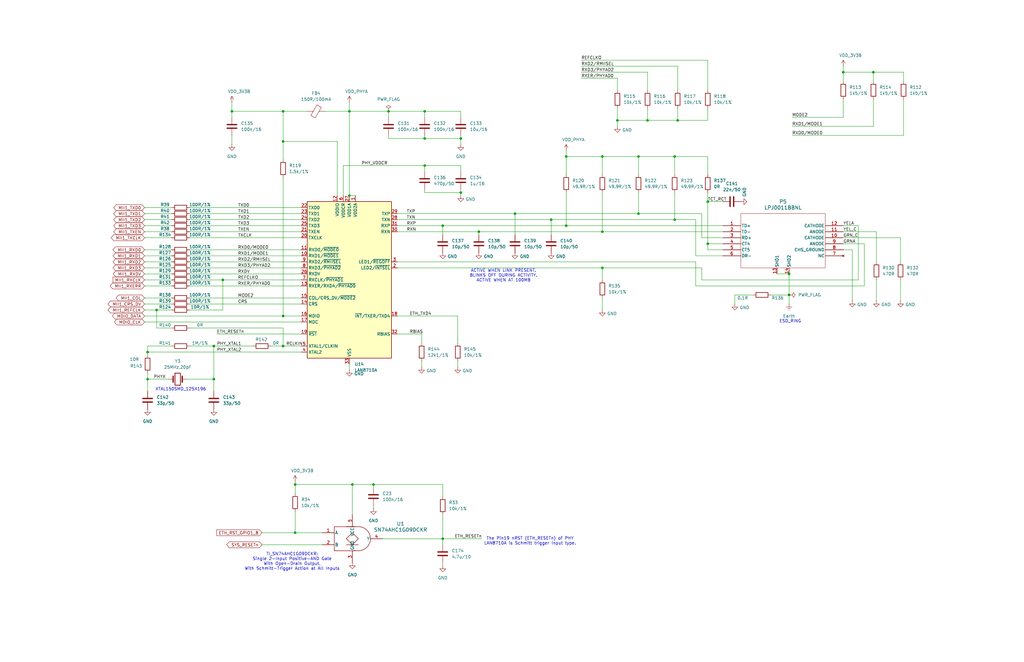
<source format=kicad_sch>
(kicad_sch (version 20231120) (generator "eeschema") (generator_version "8.0")
  (paper "B")
  (title_block (title "10/100 ETHERNET"))
  (lib_symbols
    (symbol "MT41K256M16TW-107_P:C" (pin_numbers hide) (pin_names (offset 0.254))
      (property "Reference" "C" (at 0.635 2.54 0))
      (property "Value" "C" (at 0.635 -2.54 0))
      (symbol "C_0_1"
        (polyline (pts (xy -2.032 -0.762) (xy 2.032 -0.762)) (stroke (width 0.508)))
        (polyline (pts (xy -2.032 0.762) (xy 2.032 0.762)) (stroke (width 0.508)))
      )
      (symbol "C_1_1"
        (pin passive line (at 0 3.81 270) (length 2.794) (name "~") (number "1"))
        (pin passive line (at 0 -3.81 90) (length 2.794) (name "~") (number "2"))
      )
    )
    (symbol "MT41K256M16TW-107_P:Crystal" (pin_numbers hide) (pin_names (offset 1.016) hide)
      (property "Reference" "Y" (at 0 3.81 0))
      (property "Value" "Crystal" (at 0 -3.81 0))
      (symbol "Crystal_0_1"
        (rectangle (start -1.143 2.54) (end 1.143 -2.54) (stroke (width 0.3048)))
        (polyline (pts (xy -2.54 0) (xy -1.905 0)))
        (polyline (pts (xy -1.905 -1.27) (xy -1.905 1.27)) (stroke (width 0.508)))
        (polyline (pts (xy 1.905 -1.27) (xy 1.905 1.27)) (stroke (width 0.508)))
        (polyline (pts (xy 2.54 0) (xy 1.905 0)))
      )
      (symbol "Crystal_1_1"
        (pin passive line (at -3.81 0 0) (length 1.27) (name "1") (number "1"))
        (pin passive line (at 3.81 0 180) (length 1.27) (name "2") (number "2"))
      )
    )
    (symbol "MT41K256M16TW-107_P:FerriteBead" (pin_numbers hide) (pin_names (offset 0))
      (property "Reference" "FB" (at -3.81 0.635 90))
      (property "Value" "FerriteBead" (at 3.81 0 90))
      (symbol "FerriteBead_0_1"
        (polyline (pts (xy 0 -1.27) (xy 0 -1.2192)))
        (polyline (pts (xy 0 1.27) (xy 0 1.2954)))
        (polyline (pts (xy -2.7686 0.4064) (xy -1.7018 2.2606) (xy 2.7686 -0.3048) (xy 1.6764 -2.159) (xy -2.7686 0.4064)))
      )
      (symbol "FerriteBead_1_1"
        (pin passive line (at 0 3.81 270) (length 2.54) (name "~") (number "1"))
        (pin passive line (at 0 -3.81 90) (length 2.54) (name "~") (number "2"))
      )
    )
    (symbol "MT41K256M16TW-107_P:LAN8710A"
      (property "Reference" "U14" (at 2.1941 -35.56 0))
      (property "Value" "LAN8710A" (at 2.1941 -38.1 0))
      (symbol "LAN8710A_0_1"
        (rectangle (start -17.78 33.02) (end 17.78 -33.02) (stroke (width 0.254)) (fill (type background)))
      )
      (symbol "LAN8710A_1_1"
        (pin power_in line (at 2.54 35.56 270) (length 2.54) (name "VDD2A") (number "1"))
        (pin bidirectional line (at -20.32 10.16 0) (length 2.54) (name "RXD1/~{MODE1}") (number "10"))
        (pin bidirectional line (at -20.32 12.7 0) (length 2.54) (name "RXD0/~{MODE0}") (number "11"))
        (pin power_in line (at -5.08 35.56 270) (length 2.54) (name "VDDIO") (number "12"))
        (pin bidirectional line (at -20.32 -2.54 0) (length 2.54) (name "RXER/RXD4/~{PHYAD0}") (number "13"))
        (pin output line (at -20.32 -10.16 0) (length 2.54) (name "CRS") (number "14"))
        (pin bidirectional line (at -20.32 -7.62 0) (length 2.54) (name "COL/CRS_DV/~{MODE2}") (number "15"))
        (pin bidirectional line (at -20.32 -15.24 0) (length 2.54) (name "MDIO") (number "16"))
        (pin input line (at -20.32 -17.78 0) (length 2.54) (name "MDC") (number "17"))
        (pin bidirectional line (at 20.32 -15.24 180) (length 2.54) (name "~{INT}/TXER/TXD4") (number "18"))
        (pin input line (at -20.32 -22.86 0) (length 2.54) (name "~{RST}") (number "19"))
        (pin bidirectional line (at 20.32 5.08 180) (length 2.54) (name "LED2/~{INTSEL}") (number "2"))
        (pin output line (at -20.32 17.78 0) (length 2.54) (name "TXCLK") (number "20"))
        (pin input line (at -20.32 20.32 0) (length 2.54) (name "TXEN") (number "21"))
        (pin input line (at -20.32 30.48 0) (length 2.54) (name "TXD0") (number "22"))
        (pin input line (at -20.32 27.94 0) (length 2.54) (name "TXD1") (number "23"))
        (pin input line (at -20.32 25.4 0) (length 2.54) (name "TXD2") (number "24"))
        (pin input line (at -20.32 22.86 0) (length 2.54) (name "TXD3") (number "25"))
        (pin output line (at -20.32 2.54 0) (length 2.54) (name "RXDV") (number "26"))
        (pin power_in line (at 0 35.56 270) (length 2.54) (name "VDD1A") (number "27"))
        (pin bidirectional line (at 20.32 25.4 180) (length 2.54) (name "TXN") (number "28"))
        (pin bidirectional line (at 20.32 27.94 180) (length 2.54) (name "TXP") (number "29"))
        (pin bidirectional line (at 20.32 7.62 180) (length 2.54) (name "LED1/~{REGOFF}") (number "3"))
        (pin bidirectional line (at 20.32 20.32 180) (length 2.54) (name "RXN") (number "30"))
        (pin bidirectional line (at 20.32 22.86 180) (length 2.54) (name "RXP") (number "31"))
        (pin passive line (at 20.32 -22.86 180) (length 2.54) (name "RBIAS") (number "32"))
        (pin power_in line (at 0 -35.56 90) (length 2.54) (name "VSS") (number "33"))
        (pin output line (at -20.32 -30.48 0) (length 2.54) (name "XTAL2") (number "4"))
        (pin input line (at -20.32 -27.94 0) (length 2.54) (name "XTAL1/CLKIN") (number "5"))
        (pin power_out line (at -2.54 35.56 270) (length 2.54) (name "VDDCR") (number "6"))
        (pin bidirectional line (at -20.32 0 0) (length 2.54) (name "RXCLK/~{PHYAD1}") (number "7"))
        (pin bidirectional line (at -20.32 5.08 0) (length 2.54) (name "RXD3/~{PHYAD2}") (number "8"))
        (pin bidirectional line (at -20.32 7.62 0) (length 2.54) (name "RXD2/~{RMIISEL}") (number "9"))
      )
    )
    (symbol "MT41K256M16TW-107_P:LPJ0011BBNL" (pin_names (offset 0.254))
      (property "Reference" "P5" (at 25.4 10.16 0))
      (property "Value" "LPJ0011BBNL" (at 25.4 7.62 0))
      (symbol "LPJ0011BBNL_0_1"
        (polyline (pts (xy 7.62 -17.78) (xy 43.18 -17.78)) (stroke (width 0.127)))
        (polyline (pts (xy 7.62 5.08) (xy 7.62 -17.78)) (stroke (width 0.127)))
        (polyline (pts (xy 43.18 -17.78) (xy 43.18 5.08)) (stroke (width 0.127)))
        (polyline (pts (xy 43.18 5.08) (xy 7.62 5.08)) (stroke (width 0.127)))
        (pin output line (at 50.8 -5.08 180) (length 7.62) (name "CATHODE") (number "10"))
        (pin input line (at 50.8 -2.54 180) (length 7.62) (name "ANODE") (number "11"))
        (pin output line (at 50.8 0 180) (length 7.62) (name "CATHODE") (number "12"))
        (pin no_connect line (at 50.8 -12.7 180) (length 7.62) (name "NC") (number "7"))
        (pin power_out line (at 50.8 -10.16 180) (length 7.62) (name "CHS_GROUND") (number "8"))
        (pin input line (at 50.8 -7.62 180) (length 7.62) (name "ANODE") (number "9"))
      )
      (symbol "LPJ0011BBNL_1_1"
        (pin bidirectional line (at 0 0 0) (length 7.62) (name "TD+") (number "1"))
        (pin passive line (at 22.86 -20.32 90) (length 2.54) (name "SHD1") (number "13"))
        (pin passive line (at 27.94 -20.32 90) (length 2.54) (name "SHD2") (number "14"))
        (pin bidirectional line (at 0 -2.54 0) (length 7.62) (name "TD-") (number "2"))
        (pin bidirectional line (at 0 -5.08 0) (length 7.62) (name "RD+") (number "3"))
        (pin input line (at 0 -7.62 0) (length 7.62) (name "CT4") (number "4"))
        (pin input line (at 0 -10.16 0) (length 7.62) (name "CT5") (number "5"))
        (pin bidirectional line (at 0 -12.7 0) (length 7.62) (name "DR-") (number "6"))
      )
    )
    (symbol "MT41K256M16TW-107_P:R" (pin_numbers hide) (pin_names (offset 0))
      (property "Reference" "R" (at 2.032 0 90))
      (property "Value" "R" (at 0 0 90))
      (symbol "R_0_1"
        (rectangle (start -1.016 -2.54) (end 1.016 2.54) (stroke (width 0.254)))
      )
      (symbol "R_1_1"
        (pin passive line (at 0 3.81 270) (length 1.27) (name "~") (number "1"))
        (pin passive line (at 0 -3.81 90) (length 1.27) (name "~") (number "2"))
      )
    )
    (symbol "MT41K256M16TW-107_P:SN74AHC1G09DCKR" (pin_names (offset 0.254))
      (property "Reference" "U" (at 0 2.54 0))
      (property "Value" "SN74AHC1G09DCKR" (at 0 0 0))
      (symbol "SN74AHC1G09DCKR_0_1"
        (polyline (pts (xy -7.62 -5.08) (xy -7.62 5.08)) (stroke (width 0.2032)))
        (polyline (pts (xy -7.62 5.08) (xy -6.35 5.08)) (stroke (width 0.2032)))
        (polyline (pts (xy -6.35 -5.08) (xy -7.62 -5.08)) (stroke (width 0.2032)))
        (polyline (pts (xy -6.35 -5.08) (xy 1.27 -5.08)) (stroke (width 0.2032)))
        (polyline (pts (xy -6.35 5.08) (xy 1.27 5.08)) (stroke (width 0.2032)))
        (polyline (pts (xy -2.54 -2.54) (xy 2.54 -2.54)) (stroke (width 0.2032)))
        (polyline (pts (xy -2.54 0) (xy 0 2.54)) (stroke (width 0.2032)))
        (polyline (pts (xy 0 -2.54) (xy -2.54 0)) (stroke (width 0.2032)))
        (polyline (pts (xy 0 2.54) (xy 2.54 0)) (stroke (width 0.2032)))
        (polyline (pts (xy 2.54 -5.08) (xy 0 -5.08)) (stroke (width 0.2032)))
        (polyline (pts (xy 2.54 0) (xy 0 -2.54)) (stroke (width 0.2032)))
        (polyline (pts (xy 2.54 5.08) (xy -2.54 5.08)) (stroke (width 0.2032)))
        (arc (start 2.54 -5.08) (mid 7.5978 0) (end 2.54 5.08) (stroke (width 0.2032)))
        (pin input line (at -12.7 2.54 0) (length 5.08) (name "A") (number "1"))
        (pin input line (at -12.7 -2.54 0) (length 5.08) (name "B") (number "2"))
        (pin power_in line (at 0 -10.16 90) (length 5.08) (name "GND") (number "3"))
        (pin open_collector line (at 12.7 0 180) (length 5.08) (name "Y") (number "4"))
        (pin power_in line (at 0 10.16 270) (length 5.08) (name "VCC") (number "5"))
      )
    )
    (symbol "power:Earth" (power) (pin_numbers hide) (pin_names (offset 0) hide)
      (property "Value" "Earth" (at 0 -3.81 0))
      (symbol "Earth_0_1"
        (polyline (pts (xy -0.635 -1.905) (xy 0.635 -1.905)))
        (polyline (pts (xy -0.127 -2.54) (xy 0.127 -2.54)))
        (polyline (pts (xy 0 -1.27) (xy 0 0)))
        (polyline (pts (xy 1.27 -1.27) (xy -1.27 -1.27)))
      )
      (symbol "Earth_1_1"
        (pin power_in line (at 0 0 270) (length 0) (name "~") (number "1"))
      )
    )
    (symbol "power:GND" (power) (pin_numbers hide) (pin_names (offset 0) hide)
      (property "Value" "GND" (at 0 -3.81 0))
      (symbol "GND_0_1"
        (polyline (pts (xy 0 0) (xy 0 -1.27) (xy 1.27 -1.27) (xy 0 -2.54) (xy -1.27 -1.27) (xy 0 -1.27)))
      )
      (symbol "GND_1_1"
        (pin power_in line (at 0 0 270) (length 0) (name "~") (number "1"))
      )
    )
    (symbol "power:PWR_FLAG" (power) (pin_numbers hide) (pin_names (offset 0) hide)
      (property "Value" "PWR_FLAG" (at 0 3.81 0))
      (symbol "PWR_FLAG_0_0"
        (pin power_out line (at 0 0 90) (length 0) (name "~") (number "1"))
      )
      (symbol "PWR_FLAG_0_1"
        (polyline (pts (xy 0 0) (xy 0 1.27) (xy -1.016 1.905) (xy 0 2.54) (xy 1.016 1.905) (xy 0 1.27)))
      )
    )
    (symbol "power:VD" (power) (pin_numbers hide) (pin_names (offset 0) hide)
      (property "Value" "VD" (at 0 3.556 0))
      (symbol "VD_0_1"
        (polyline (pts (xy -0.762 1.27) (xy 0 2.54)))
        (polyline (pts (xy 0 0) (xy 0 2.54)))
        (polyline (pts (xy 0 2.54) (xy 0.762 1.27)))
      )
      (symbol "VD_1_1"
        (pin power_in line (at 0 0 90) (length 0) (name "~") (number "1"))
      )
    )
  )
  (junction (at 332.74 124.46))
  (junction (at 119.38 146.05))
  (junction (at 97.79 46.99))
  (junction (at 119.38 59.69))
  (junction (at 62.23 148.59))
  (junction (at 355.6 30.48))
  (junction (at 124.46 224.79))
  (junction (at 269.24 66.04))
  (junction (at 148.59 204.47))
  (junction (at 217.17 90.17))
  (junction (at 147.32 82.55))
  (junction (at 238.76 95.25))
  (junction (at 273.05 50.8))
  (junction (at 119.38 133.35))
  (junction (at 119.38 46.99))
  (junction (at 179.07 69.85))
  (junction (at 90.17 146.05))
  (junction (at 298.45 102.87))
  (junction (at 93.98 118.11))
  (junction (at 269.24 90.17))
  (junction (at 194.31 81.28))
  (junction (at 194.31 58.42))
  (junction (at 254 66.04))
  (junction (at 332.74 115.57))
  (junction (at 90.17 160.02))
  (junction (at 260.35 50.8))
  (junction (at 368.3 30.48))
  (junction (at 254 113.03))
  (junction (at 179.07 58.42))
  (junction (at 62.23 160.02))
  (junction (at 147.32 46.99))
  (junction (at 179.07 46.99))
  (junction (at 163.83 46.99))
  (junction (at 284.48 92.71))
  (junction (at 124.46 204.47))
  (junction (at 186.69 95.25))
  (junction (at 66.04 130.81))
  (junction (at 157.48 204.47))
  (junction (at 232.41 92.71))
  (junction (at 186.69 227.33))
  (junction (at 238.76 66.04))
  (junction (at 298.45 85.09))
  (junction (at 201.93 97.79))
  (junction (at 285.75 50.8))
  (junction (at 254 97.79))
  (junction (at 284.48 66.04))
  (wire (pts (xy 293.37 107.95) (xy 304.8 107.95)))
  (wire (pts (xy 304.8 105.41) (xy 298.45 105.41)))
  (wire (pts (xy 269.24 90.17) (xy 295.91 90.17)))
  (wire (pts (xy 293.37 92.71) (xy 293.37 107.95)))
  (wire (pts (xy 119.38 133.35) (xy 127 133.35)))
  (wire (pts (xy 298.45 50.8) (xy 298.45 45.72)))
  (wire (pts (xy 238.76 63.5) (xy 238.76 66.04)))
  (wire (pts (xy 62.23 146.05) (xy 72.39 146.05)))
  (wire (pts (xy 110.49 229.87) (xy 135.89 229.87)))
  (wire (pts (xy 355.6 27.94) (xy 355.6 30.48)))
  (wire (pts (xy 201.93 97.79) (xy 254 97.79)))
  (wire (pts (xy 167.64 133.35) (xy 193.04 133.35)))
  (wire (pts (xy 359.41 105.41) (xy 359.41 127)))
  (wire (pts (xy 147.32 46.99) (xy 147.32 82.55)))
  (wire (pts (xy 60.96 133.35) (xy 119.38 133.35)))
  (wire (pts (xy 66.04 130.81) (xy 72.39 130.81)))
  (wire (pts (xy 157.48 204.47) (xy 157.48 205.74)))
  (wire (pts (xy 60.96 130.81) (xy 66.04 130.81)))
  (wire (pts (xy 368.3 30.48) (xy 381 30.48)))
  (wire (pts (xy 124.46 215.9) (xy 124.46 224.79)))
  (wire (pts (xy 177.8 140.97) (xy 177.8 144.78)))
  (wire (pts (xy 361.95 95.25) (xy 361.95 118.11)))
  (wire (pts (xy 119.38 46.99) (xy 119.38 59.69)))
  (wire (pts (xy 379.73 100.33) (xy 355.6 100.33)))
  (wire (pts (xy 167.64 92.71) (xy 232.41 92.71)))
  (wire (pts (xy 119.38 46.99) (xy 129.54 46.99)))
  (wire (pts (xy 163.83 58.42) (xy 179.07 58.42)))
  (wire (pts (xy 80.01 118.11) (xy 93.98 118.11)))
  (wire (pts (xy 80.01 107.95) (xy 127 107.95)))
  (wire (pts (xy 124.46 204.47) (xy 124.46 208.28)))
  (wire (pts (xy 80.01 97.79) (xy 127 97.79)))
  (wire (pts (xy 144.78 82.55) (xy 144.78 69.85)))
  (wire (pts (xy 60.96 87.63) (xy 72.39 87.63)))
  (wire (pts (xy 80.01 105.41) (xy 127 105.41)))
  (wire (pts (xy 167.64 95.25) (xy 186.69 95.25)))
  (wire (pts (xy 186.69 95.25) (xy 238.76 95.25)))
  (wire (pts (xy 147.32 156.21) (xy 147.32 153.67)))
  (wire (pts (xy 332.74 124.46) (xy 332.74 128.27)))
  (wire (pts (xy 245.11 25.4) (xy 298.45 25.4)))
  (wire (pts (xy 309.88 124.46) (xy 309.88 128.27)))
  (wire (pts (xy 147.32 82.55) (xy 149.86 82.55)))
  (wire (pts (xy 80.01 110.49) (xy 127 110.49)))
  (wire (pts (xy 273.05 38.1) (xy 273.05 30.48)))
  (wire (pts (xy 369.57 118.11) (xy 369.57 127)))
  (wire (pts (xy 327.66 115.57) (xy 332.74 115.57)))
  (wire (pts (xy 142.24 59.69) (xy 142.24 82.55)))
  (wire (pts (xy 232.41 92.71) (xy 232.41 99.06)))
  (wire (pts (xy 260.35 38.1) (xy 260.35 33.02)))
  (wire (pts (xy 179.07 81.28) (xy 194.31 81.28)))
  (wire (pts (xy 97.79 60.96) (xy 97.79 57.15)))
  (wire (pts (xy 298.45 85.09) (xy 298.45 102.87)))
  (wire (pts (xy 232.41 92.71) (xy 284.48 92.71)))
  (wire (pts (xy 60.96 105.41) (xy 72.39 105.41)))
  (wire (pts (xy 355.6 30.48) (xy 355.6 34.29)))
  (wire (pts (xy 254 130.81) (xy 254 125.73)))
  (wire (pts (xy 60.96 120.65) (xy 72.39 120.65)))
  (wire (pts (xy 80.01 125.73) (xy 127 125.73)))
  (wire (pts (xy 80.01 128.27) (xy 127 128.27)))
  (wire (pts (xy 97.79 46.99) (xy 119.38 46.99)))
  (wire (pts (xy 325.12 124.46) (xy 332.74 124.46)))
  (wire (pts (xy 298.45 50.8) (xy 285.75 50.8)))
  (wire (pts (xy 93.98 130.81) (xy 93.98 118.11)))
  (wire (pts (xy 186.69 209.55) (xy 186.69 204.47)))
  (wire (pts (xy 119.38 59.69) (xy 119.38 67.31)))
  (wire (pts (xy 110.49 224.79) (xy 124.46 224.79)))
  (wire (pts (xy 60.96 110.49) (xy 72.39 110.49)))
  (wire (pts (xy 62.23 160.02) (xy 62.23 165.1)))
  (wire (pts (xy 167.64 97.79) (xy 201.93 97.79)))
  (wire (pts (xy 60.96 95.25) (xy 72.39 95.25)))
  (wire (pts (xy 298.45 85.09) (xy 304.8 85.09)))
  (wire (pts (xy 194.31 57.15) (xy 194.31 58.42)))
  (wire (pts (xy 80.01 87.63) (xy 127 87.63)))
  (wire (pts (xy 295.91 90.17) (xy 295.91 100.33)))
  (wire (pts (xy 364.49 102.87) (xy 364.49 120.65)))
  (wire (pts (xy 238.76 95.25) (xy 304.8 95.25)))
  (wire (pts (xy 72.39 138.43) (xy 66.04 138.43)))
  (wire (pts (xy 80.01 146.05) (xy 90.17 146.05)))
  (wire (pts (xy 260.35 50.8) (xy 260.35 53.34)))
  (wire (pts (xy 317.5 124.46) (xy 309.88 124.46)))
  (wire (pts (xy 80.01 100.33) (xy 127 100.33)))
  (wire (pts (xy 167.64 140.97) (xy 177.8 140.97)))
  (wire (pts (xy 355.6 102.87) (xy 364.49 102.87)))
  (wire (pts (xy 269.24 81.28) (xy 269.24 90.17)))
  (wire (pts (xy 273.05 50.8) (xy 260.35 50.8)))
  (wire (pts (xy 284.48 66.04) (xy 284.48 73.66)))
  (wire (pts (xy 254 66.04) (xy 269.24 66.04)))
  (wire (pts (xy 179.07 58.42) (xy 194.31 58.42)))
  (wire (pts (xy 284.48 92.71) (xy 293.37 92.71)))
  (wire (pts (xy 381 30.48) (xy 381 34.29)))
  (wire (pts (xy 194.31 46.99) (xy 179.07 46.99)))
  (wire (pts (xy 186.69 95.25) (xy 186.69 99.06)))
  (wire (pts (xy 91.44 140.97) (xy 127 140.97)))
  (wire (pts (xy 167.64 110.49) (xy 293.37 110.49)))
  (wire (pts (xy 334.01 57.15) (xy 381 57.15)))
  (wire (pts (xy 80.01 95.25) (xy 127 95.25)))
  (wire (pts (xy 254 97.79) (xy 304.8 97.79)))
  (wire (pts (xy 194.31 58.42) (xy 194.31 60.96)))
  (wire (pts (xy 217.17 90.17) (xy 217.17 99.06)))
  (wire (pts (xy 254 66.04) (xy 254 73.66)))
  (wire (pts (xy 186.69 238.76) (xy 186.69 237.49)))
  (wire (pts (xy 163.83 46.99) (xy 163.83 49.53)))
  (wire (pts (xy 381 41.91) (xy 381 57.15)))
  (wire (pts (xy 355.6 30.48) (xy 368.3 30.48)))
  (wire (pts (xy 298.45 38.1) (xy 298.45 25.4)))
  (wire (pts (xy 163.83 57.15) (xy 163.83 58.42)))
  (wire (pts (xy 238.76 81.28) (xy 238.76 95.25)))
  (wire (pts (xy 167.64 90.17) (xy 217.17 90.17)))
  (wire (pts (xy 332.74 115.57) (xy 332.74 124.46)))
  (wire (pts (xy 179.07 69.85) (xy 179.07 72.39)))
  (wire (pts (xy 298.45 66.04) (xy 298.45 73.66)))
  (wire (pts (xy 177.8 154.94) (xy 177.8 152.4)))
  (wire (pts (xy 379.73 118.11) (xy 379.73 127)))
  (wire (pts (xy 245.11 30.48) (xy 273.05 30.48)))
  (wire (pts (xy 119.38 146.05) (xy 127 146.05)))
  (wire (pts (xy 80.01 130.81) (xy 93.98 130.81)))
  (wire (pts (xy 60.96 115.57) (xy 72.39 115.57)))
  (wire (pts (xy 97.79 43.18) (xy 97.79 46.99)))
  (wire (pts (xy 260.35 45.72) (xy 260.35 50.8)))
  (wire (pts (xy 194.31 80.01) (xy 194.31 81.28)))
  (wire (pts (xy 369.57 97.79) (xy 355.6 97.79)))
  (wire (pts (xy 295.91 118.11) (xy 295.91 113.03)))
  (wire (pts (xy 90.17 160.02) (xy 90.17 146.05)))
  (wire (pts (xy 186.69 227.33) (xy 203.2 227.33)))
  (wire (pts (xy 80.01 120.65) (xy 127 120.65)))
  (wire (pts (xy 284.48 81.28) (xy 284.48 92.71)))
  (wire (pts (xy 245.11 27.94) (xy 285.75 27.94)))
  (wire (pts (xy 137.16 46.99) (xy 147.32 46.99)))
  (wire (pts (xy 80.01 138.43) (xy 119.38 138.43)))
  (wire (pts (xy 71.12 160.02) (xy 62.23 160.02)))
  (wire (pts (xy 295.91 100.33) (xy 304.8 100.33)))
  (wire (pts (xy 186.69 227.33) (xy 186.69 229.87)))
  (wire (pts (xy 60.96 97.79) (xy 72.39 97.79)))
  (wire (pts (xy 167.64 113.03) (xy 254 113.03)))
  (wire (pts (xy 60.96 92.71) (xy 72.39 92.71)))
  (wire (pts (xy 60.96 118.11) (xy 72.39 118.11)))
  (wire (pts (xy 90.17 146.05) (xy 106.68 146.05)))
  (wire (pts (xy 298.45 105.41) (xy 298.45 102.87)))
  (wire (pts (xy 186.69 217.17) (xy 186.69 227.33)))
  (wire (pts (xy 66.04 138.43) (xy 66.04 130.81)))
  (wire (pts (xy 364.49 120.65) (xy 293.37 120.65)))
  (wire (pts (xy 90.17 160.02) (xy 90.17 165.1)))
  (wire (pts (xy 62.23 149.86) (xy 62.23 148.59)))
  (wire (pts (xy 62.23 148.59) (xy 62.23 146.05)))
  (wire (pts (xy 194.31 49.53) (xy 194.31 46.99)))
  (wire (pts (xy 194.31 81.28) (xy 194.31 82.55)))
  (wire (pts (xy 60.96 113.03) (xy 72.39 113.03)))
  (wire (pts (xy 127 148.59) (xy 62.23 148.59)))
  (wire (pts (xy 179.07 80.01) (xy 179.07 81.28)))
  (wire (pts (xy 355.6 41.91) (xy 355.6 49.53)))
  (wire (pts (xy 163.83 46.99) (xy 147.32 46.99)))
  (wire (pts (xy 238.76 66.04) (xy 254 66.04)))
  (wire (pts (xy 293.37 120.65) (xy 293.37 110.49)))
  (wire (pts (xy 124.46 204.47) (xy 148.59 204.47)))
  (wire (pts (xy 284.48 66.04) (xy 298.45 66.04)))
  (wire (pts (xy 245.11 33.02) (xy 260.35 33.02)))
  (wire (pts (xy 114.3 146.05) (xy 119.38 146.05)))
  (wire (pts (xy 355.6 105.41) (xy 359.41 105.41)))
  (wire (pts (xy 157.48 213.36) (xy 157.48 214.63)))
  (wire (pts (xy 285.75 38.1) (xy 285.75 27.94)))
  (wire (pts (xy 368.3 30.48) (xy 368.3 34.29)))
  (wire (pts (xy 60.96 107.95) (xy 72.39 107.95)))
  (wire (pts (xy 119.38 74.93) (xy 119.38 133.35)))
  (wire (pts (xy 80.01 113.03) (xy 127 113.03)))
  (wire (pts (xy 361.95 118.11) (xy 295.91 118.11)))
  (wire (pts (xy 217.17 90.17) (xy 269.24 90.17)))
  (wire (pts (xy 193.04 133.35) (xy 193.04 144.78)))
  (wire (pts (xy 80.01 115.57) (xy 127 115.57)))
  (wire (pts (xy 379.73 110.49) (xy 379.73 100.33)))
  (wire (pts (xy 124.46 224.79) (xy 135.89 224.79)))
  (wire (pts (xy 124.46 203.2) (xy 124.46 204.47)))
  (wire (pts (xy 334.01 49.53) (xy 355.6 49.53)))
  (wire (pts (xy 254 81.28) (xy 254 97.79)))
  (wire (pts (xy 254 113.03) (xy 295.91 113.03)))
  (wire (pts (xy 80.01 90.17) (xy 127 90.17)))
  (wire (pts (xy 194.31 69.85) (xy 179.07 69.85)))
  (wire (pts (xy 93.98 118.11) (xy 127 118.11)))
  (wire (pts (xy 60.96 128.27) (xy 72.39 128.27)))
  (wire (pts (xy 80.01 92.71) (xy 127 92.71)))
  (wire (pts (xy 97.79 46.99) (xy 97.79 49.53)))
  (wire (pts (xy 269.24 66.04) (xy 284.48 66.04)))
  (wire (pts (xy 269.24 66.04) (xy 269.24 73.66)))
  (wire (pts (xy 60.96 135.89) (xy 127 135.89)))
  (wire (pts (xy 201.93 97.79) (xy 201.93 99.06)))
  (wire (pts (xy 369.57 110.49) (xy 369.57 97.79)))
  (wire (pts (xy 368.3 41.91) (xy 368.3 53.34)))
  (wire (pts (xy 148.59 204.47) (xy 157.48 204.47)))
  (wire (pts (xy 355.6 95.25) (xy 361.95 95.25)))
  (wire (pts (xy 334.01 53.34) (xy 368.3 53.34)))
  (wire (pts (xy 186.69 204.47) (xy 157.48 204.47)))
  (wire (pts (xy 238.76 66.04) (xy 238.76 73.66)))
  (wire (pts (xy 78.74 160.02) (xy 90.17 160.02)))
  (wire (pts (xy 62.23 160.02) (xy 62.23 157.48)))
  (wire (pts (xy 285.75 50.8) (xy 285.75 45.72)))
  (wire (pts (xy 298.45 81.28) (xy 298.45 85.09)))
  (wire (pts (xy 179.07 57.15) (xy 179.07 58.42)))
  (wire (pts (xy 254 113.03) (xy 254 118.11)))
  (wire (pts (xy 285.75 50.8) (xy 273.05 50.8)))
  (wire (pts (xy 148.59 217.17) (xy 148.59 204.47)))
  (wire (pts (xy 144.78 69.85) (xy 179.07 69.85)))
  (wire (pts (xy 119.38 138.43) (xy 119.38 146.05)))
  (wire (pts (xy 60.96 100.33) (xy 72.39 100.33)))
  (wire (pts (xy 194.31 72.39) (xy 194.31 69.85)))
  (wire (pts (xy 147.32 43.18) (xy 147.32 46.99)))
  (wire (pts (xy 60.96 90.17) (xy 72.39 90.17)))
  (wire (pts (xy 186.69 227.33) (xy 161.29 227.33)))
  (wire (pts (xy 273.05 50.8) (xy 273.05 45.72)))
  (wire (pts (xy 298.45 102.87) (xy 304.8 102.87)))
  (wire (pts (xy 60.96 125.73) (xy 72.39 125.73)))
  (wire (pts (xy 179.07 46.99) (xy 179.07 49.53)))
  (wire (pts (xy 119.38 59.69) (xy 142.24 59.69)))
  (wire (pts (xy 193.04 154.94) (xy 193.04 152.4)))
  (wire (pts (xy 179.07 46.99) (xy 163.83 46.99)))
  (text "The Pin19 nRST (ETH_RESETn) of PHY\nLAN8710A is Schmitt trigger input type." (at 223.52 228.346 0) (effects (font (size 1.27 1.27))))
  (text "ESD_RING" (at 333.248 135.636 0) (effects (font (size 1.27 1.27))))
  (text "TI_SN74AHC1G09DCKR:\nSingle 2-Input Positive-AND Gate\nWith Open-Drain Output,\nWith Schmitt-Trigger Action at All Inputs" (at 123.19 236.982 0) (effects (font (size 1.27 1.27))))
  (text "ACTIVE WHEN LINK PRESENT.\nBLINKS OFF DURING ACTIVITY.\nACTIVE WHEN AT 100MB" (at 212.344 116.332 0) (effects (font (size 1.27 1.27))))
  (text "XTAL150SMD_125X196" (at 76.2 164.338 0) (effects (font (size 1.27 1.27))))
  (label "TXD1" (at 100.33 90.17 0))
  (label "YELA" (at 355.6 95.25 0))
  (label "RXER{slash}PHYAD0" (at 245.11 33.02 0))
  (label "TXEN" (at 100.33 97.79 0))
  (label "RXD1{slash}MODE1" (at 100.33 107.95 0))
  (label "GRN_C" (at 355.6 100.33 0))
  (label "GRNA" (at 355.6 102.87 0))
  (label "RCLKIN" (at 120.65 146.05 0))
  (label "ETH_TXD4" (at 172.72 133.35 0))
  (label "MODE2" (at 100.33 125.73 0))
  (label "PHY_XTAL2" (at 91.44 148.59 0))
  (label "RXD3{slash}PHYAD2" (at 245.11 30.48 0))
  (label "TXD0" (at 100.33 87.63 0))
  (label "RXD2{slash}RMIISEL" (at 245.11 27.94 0))
  (label "RBIAS" (at 172.72 140.97 0))
  (label "RXD1{slash}MODE1" (at 334.01 53.34 0))
  (label "RXD0{slash}MODE0" (at 334.01 57.15 0))
  (label "MODE2" (at 334.01 49.53 0))
  (label "TXP" (at 171.45 90.17 0))
  (label "RXER{slash}PHYAD0" (at 100.33 120.65 0))
  (label "TXD3" (at 100.33 95.25 0))
  (label "CRS" (at 100.33 128.27 0))
  (label "REFCLKO" (at 245.11 25.4 0))
  (label "TXCLK" (at 100.33 100.33 0))
  (label "TXD2" (at 100.33 92.71 0))
  (label "REFCLKO" (at 100.33 118.11 0))
  (label "RXD2{slash}RMIISEL" (at 100.33 110.49 0))
  (label "ETH_RESETn" (at 203.2 227.33 180))
  (label "RXD3{slash}PHYAD2" (at 100.33 113.03 0))
  (label "TXN" (at 171.45 92.71 0))
  (label "RXDV" (at 100.33 115.57 0))
  (label "ETH_RESETn" (at 91.44 140.97 0))
  (label "RXP" (at 171.45 95.25 0))
  (label "RXN" (at 171.45 97.79 0))
  (label "RXD0{slash}MODE0" (at 100.33 105.41 0))
  (label "PHYX" (at 64.77 160.02 0))
  (label "PHY_VDDCR" (at 152.4 69.85 0))
  (label "PHY_XTAL1" (at 91.44 146.05 0))
  (label "YEL_C" (at 355.6 97.79 0))
  (label "TCT_RCT" (at 298.45 85.09 0))
  (global_label "MII1_RXD0" (shape bidirectional) (at 60.96 105.41 180) (property "Intersheetrefs" "${INTERSHEET_REFS}" (effects (hide yes))))
  (global_label "ETH_RST_GPIO1_8" (shape input) (at 110.49 224.79 180) (property "Intersheetrefs" "${INTERSHEET_REFS}" (effects (hide yes))))
  (global_label "MII1_CRS_DV" (shape bidirectional) (at 60.96 128.27 180) (property "Intersheetrefs" "${INTERSHEET_REFS}" (effects (hide yes))))
  (global_label "MII1_REFCLK" (shape bidirectional) (at 60.96 130.81 180) (property "Intersheetrefs" "${INTERSHEET_REFS}" (effects (hide yes))))
  (global_label "MII1_RXCLK" (shape input) (at 60.96 118.11 180) (property "Intersheetrefs" "${INTERSHEET_REFS}" (effects (hide yes))))
  (global_label "MII1_RXDV" (shape bidirectional) (at 60.96 115.57 180) (property "Intersheetrefs" "${INTERSHEET_REFS}" (effects (hide yes))))
  (global_label "MII1_RXD2" (shape bidirectional) (at 60.96 110.49 180) (property "Intersheetrefs" "${INTERSHEET_REFS}" (effects (hide yes))))
  (global_label "MII1_TXCLK" (shape bidirectional) (at 60.96 100.33 180) (property "Intersheetrefs" "${INTERSHEET_REFS}" (effects (hide yes))))
  (global_label "MII1_TXD1" (shape bidirectional) (at 60.96 90.17 180) (property "Intersheetrefs" "${INTERSHEET_REFS}" (effects (hide yes))))
  (global_label "SYS_RESETn" (shape bidirectional) (at 110.49 229.87 180) (property "Intersheetrefs" "${INTERSHEET_REFS}" (effects (hide yes))))
  (global_label "MDIO_DATA" (shape bidirectional) (at 60.96 133.35 180) (property "Intersheetrefs" "${INTERSHEET_REFS}" (effects (hide yes))))
  (global_label "MII1_TXD0" (shape bidirectional) (at 60.96 87.63 180) (property "Intersheetrefs" "${INTERSHEET_REFS}" (effects (hide yes))))
  (global_label "MII1_RXD1" (shape bidirectional) (at 60.96 107.95 180) (property "Intersheetrefs" "${INTERSHEET_REFS}" (effects (hide yes))))
  (global_label "MII1_COL" (shape bidirectional) (at 60.96 125.73 180) (property "Intersheetrefs" "${INTERSHEET_REFS}" (effects (hide yes))))
  (global_label "MDIO_CLK" (shape bidirectional) (at 60.96 135.89 180) (property "Intersheetrefs" "${INTERSHEET_REFS}" (effects (hide yes))))
  (global_label "MII1_RXD3" (shape bidirectional) (at 60.96 113.03 180) (property "Intersheetrefs" "${INTERSHEET_REFS}" (effects (hide yes))))
  (global_label "MII1_TXEN" (shape bidirectional) (at 60.96 97.79 180) (property "Intersheetrefs" "${INTERSHEET_REFS}" (effects (hide yes))))
  (global_label "MII1_TXD2" (shape bidirectional) (at 60.96 92.71 180) (property "Intersheetrefs" "${INTERSHEET_REFS}" (effects (hide yes))))
  (global_label "MII1_TXD3" (shape bidirectional) (at 60.96 95.25 180) (property "Intersheetrefs" "${INTERSHEET_REFS}" (effects (hide yes))))
  (global_label "MII1_RXERR" (shape bidirectional) (at 60.96 120.65 180) (property "Intersheetrefs" "${INTERSHEET_REFS}" (effects (hide yes))))
  (symbol (lib_id "MT41K256M16TW-107_P:Crystal") (at 74.93 160.02 0) (unit 1)
    (property "Reference" "Y3" (at 74.93 152.4 0))
    (property "Value" "25MHz,20pF" (at 74.93 154.94 0))
    (property "Footprint" "Crystal:Crystal_SMD_Abracon_ABM7-2Pin_6.0x3.5mm" (effects (hide yes)))
    (property "Description" "Two pin crystal" (effects (hide yes)))
  )
  (symbol (lib_id "power:VD") (at 355.6 27.94 0) (unit 1)
    (property "Reference" "#PWR0169" (effects (hide yes)))
    (property "Value" "VDD_3V3B" (at 353.822 23.368 0) (effects (justify left)))
    (property "Description" "Power symbol creates a global label with name \"VD\"" (effects (hide yes)))
  )
  (symbol (lib_id "power:GND") (at 217.17 106.68 0) (unit 1)
    (property "Reference" "#PWR0155" (effects (hide yes)))
    (property "Value" "GND" (at 221.234 108.204 0))
    (property "Description" "Power symbol creates a global label with name \"GND\" , ground" (effects (hide yes)))
  )
  (symbol (lib_id "MT41K256M16TW-107_P:R") (at 76.2 115.57 90) (unit 1)
    (property "Reference" "R129" (at 69.596 114.3 90))
    (property "Value" "100R/1%" (at 84.328 114.3 90))
    (property "Footprint" "footprints:R_0402_1005Metric" (effects (hide yes)))
    (property "Description" "Resistor" (effects (hide yes)))
  )
  (symbol (lib_id "MT41K256M16TW-107_P:C") (at 186.69 233.68 0) (unit 1)
    (property "Reference" "C174" (at 190.5 232.4099 0) (effects (justify left)))
    (property "Value" "4.7u/10" (at 190.5 234.9499 0) (effects (justify left)))
    (property "Footprint" "footprints:C_0402_1005Metric" (effects (hide yes)))
    (property "Description" "Unpolarized capacitor" (effects (hide yes)))
  )
  (symbol (lib_id "power:GND") (at 309.88 128.27 0) (unit 1)
    (property "Reference" "#PWR0168" (effects (hide yes)))
    (property "Value" "GND" (at 313.944 129.794 0))
    (property "Description" "Power symbol creates a global label with name \"GND\" , ground" (effects (hide yes)))
  )
  (symbol (lib_id "MT41K256M16TW-107_P:C") (at 194.31 53.34 0) (unit 1)
    (property "Reference" "C133" (at 198.12 52.0699 0) (effects (justify left)))
    (property "Value" "10u/16" (at 198.12 54.6099 0) (effects (justify left)))
    (property "Footprint" "footprints:C_0805_2012Metric" (effects (hide yes)))
    (property "Description" "Unpolarized capacitor" (effects (hide yes)))
  )
  (symbol (lib_id "MT41K256M16TW-107_P:R") (at 238.76 77.47 0) (unit 1)
    (property "Reference" "R120" (at 241.3 76.1999 0) (effects (justify left)))
    (property "Value" "49.9R/1%" (at 241.3 78.7399 0) (effects (justify left)))
    (property "Footprint" "footprints:R_0402_1005Metric" (effects (hide yes)))
    (property "Description" "Resistor" (effects (hide yes)))
  )
  (symbol (lib_id "MT41K256M16TW-107_P:R") (at 177.8 148.59 0) (unit 1)
    (property "Reference" "R144" (at 180.34 147.3199 0) (effects (justify left)))
    (property "Value" "12k1/1%" (at 180.34 149.8599 0) (effects (justify left)))
    (property "Footprint" "footprints:R_0402_1005Metric" (effects (hide yes)))
    (property "Description" "Resistor" (effects (hide yes)))
  )
  (symbol (lib_id "power:GND") (at 148.59 237.49 0) (unit 1)
    (property "Reference" "#PWR0149" (effects (hide yes)))
    (property "Value" "GND" (at 148.59 242.57 0))
    (property "Description" "Power symbol creates a global label with name \"GND\" , ground" (effects (hide yes)))
  )
  (symbol (lib_id "MT41K256M16TW-107_P:C") (at 308.61 85.09 90) (unit 1)
    (property "Reference" "C141" (at 308.61 77.47 90))
    (property "Value" "22n/50" (at 308.61 80.01 90))
    (property "Footprint" "footprints:C_0402_1005Metric" (effects (hide yes)))
    (property "Description" "Unpolarized capacitor" (effects (hide yes)))
  )
  (symbol (lib_id "MT41K256M16TW-107_P:R") (at 381 38.1 0) (unit 1)
    (property "Reference" "R112" (at 383.54 36.8299 0) (effects (justify left)))
    (property "Value" "1k5/1%" (at 383.54 39.3699 0) (effects (justify left)))
    (property "Footprint" "footprints:R_0402_1005Metric" (effects (hide yes)))
    (property "Description" "Resistor" (effects (hide yes)))
  )
  (symbol (lib_id "MT41K256M16TW-107_P:R") (at 254 77.47 0) (unit 1)
    (property "Reference" "R121" (at 256.54 76.1999 0) (effects (justify left)))
    (property "Value" "49.9R/1%" (at 256.54 78.7399 0) (effects (justify left)))
    (property "Footprint" "footprints:R_0402_1005Metric" (effects (hide yes)))
    (property "Description" "Resistor" (effects (hide yes)))
  )
  (symbol (lib_id "MT41K256M16TW-107_P:R") (at 76.2 125.73 90) (unit 1)
    (property "Reference" "R138" (at 69.596 124.46 90))
    (property "Value" "100R/1%" (at 84.328 124.46 90))
    (property "Footprint" "footprints:R_0402_1005Metric" (effects (hide yes)))
    (property "Description" "Resistor" (effects (hide yes)))
  )
  (symbol (lib_id "MT41K256M16TW-107_P:R") (at 76.2 113.03 90) (unit 1)
    (property "Reference" "R125" (at 69.596 111.76 90))
    (property "Value" "100R/1%" (at 84.328 111.76 90))
    (property "Footprint" "footprints:R_0402_1005Metric" (effects (hide yes)))
    (property "Description" "Resistor" (effects (hide yes)))
  )
  (symbol (lib_id "MT41K256M16TW-107_P:R") (at 284.48 77.47 0) (unit 1)
    (property "Reference" "R123" (at 287.02 76.1999 0) (effects (justify left)))
    (property "Value" "49.9R/1%" (at 287.02 78.7399 0) (effects (justify left)))
    (property "Footprint" "footprints:R_0402_1005Metric" (effects (hide yes)))
    (property "Description" "Resistor" (effects (hide yes)))
  )
  (symbol (lib_id "power:GND") (at 379.73 127 0) (unit 1)
    (property "Reference" "#PWR0165" (effects (hide yes)))
    (property "Value" "GND" (at 383.794 128.524 0))
    (property "Description" "Power symbol creates a global label with name \"GND\" , ground" (effects (hide yes)))
  )
  (symbol (lib_id "MT41K256M16TW-107_P:R") (at 76.2 138.43 90) (unit 1)
    (property "Reference" "R140" (at 69.596 137.16 90))
    (property "Value" "0R" (at 84.328 137.16 90))
    (property "Footprint" "footprints:R_0402_1005Metric" (effects (hide yes)))
    (property "Description" "Resistor" (effects (hide yes)))
  )
  (symbol (lib_id "power:GND") (at 157.48 214.63 0) (unit 1)
    (property "Reference" "#PWR0151" (effects (hide yes)))
    (property "Value" "GND" (at 157.48 219.71 0))
    (property "Description" "Power symbol creates a global label with name \"GND\" , ground" (effects (hide yes)))
  )
  (symbol (lib_id "power:GND") (at 260.35 53.34 0) (unit 1)
    (property "Reference" "#PWR0162" (effects (hide yes)))
    (property "Value" "GND" (at 264.414 54.864 0))
    (property "Description" "Power symbol creates a global label with name \"GND\" , ground" (effects (hide yes)))
  )
  (symbol (lib_id "MT41K256M16TW-107_P:R") (at 298.45 77.47 0) (unit 1)
    (property "Reference" "R137" (at 300.99 76.1999 0) (effects (justify left)))
    (property "Value" "0R" (at 300.99 78.7399 0) (effects (justify left)))
    (property "Footprint" "footprints:R_0402_1005Metric" (effects (hide yes)))
    (property "Description" "Resistor" (effects (hide yes)))
  )
  (symbol (lib_id "power:GND") (at 90.17 172.72 0) (unit 1)
    (property "Reference" "#PWR0148" (effects (hide yes)))
    (property "Value" "GND" (at 90.17 177.8 0))
    (property "Description" "Power symbol creates a global label with name \"GND\" , ground" (effects (hide yes)))
  )
  (symbol (lib_id "power:GND") (at 201.93 106.68 0) (unit 1)
    (property "Reference" "#PWR0154" (effects (hide yes)))
    (property "Value" "GND" (at 205.994 108.204 0))
    (property "Description" "Power symbol creates a global label with name \"GND\" , ground" (effects (hide yes)))
  )
  (symbol (lib_id "MT41K256M16TW-107_P:R") (at 76.2 97.79 90) (unit 1)
    (property "Reference" "R38" (at 69.596 96.52 90))
    (property "Value" "100R/1%" (at 84.328 96.52 90))
    (property "Footprint" "footprints:R_0402_1005Metric" (effects (hide yes)))
    (property "Description" "Resistor" (effects (hide yes)))
  )
  (symbol (lib_id "power:GND") (at 193.04 154.94 0) (unit 1)
    (property "Reference" "#PWR0160" (effects (hide yes)))
    (property "Value" "GND" (at 197.104 156.464 0))
    (property "Description" "Power symbol creates a global label with name \"GND\" , ground" (effects (hide yes)))
  )
  (symbol (lib_id "power:GND") (at 147.32 156.21 0) (unit 1)
    (property "Reference" "#PWR0158" (effects (hide yes)))
    (property "Value" "GND" (at 151.384 157.734 0))
    (property "Description" "Power symbol creates a global label with name \"GND\" , ground" (effects (hide yes)))
  )
  (symbol (lib_id "power:GND") (at 194.31 60.96 0) (unit 1)
    (property "Reference" "#PWR0144" (effects (hide yes)))
    (property "Value" "GND" (at 194.31 66.04 0))
    (property "Description" "Power symbol creates a global label with name \"GND\" , ground" (effects (hide yes)))
  )
  (symbol (lib_id "MT41K256M16TW-107_P:C") (at 179.07 53.34 0) (unit 1)
    (property "Reference" "C132" (at 182.88 52.0699 0) (effects (justify left)))
    (property "Value" "100n/16" (at 182.88 54.6099 0) (effects (justify left)))
    (property "Footprint" "footprints:C_0402_1005Metric" (effects (hide yes)))
    (property "Description" "Unpolarized capacitor" (effects (hide yes)))
  )
  (symbol (lib_id "power:VD") (at 147.32 43.18 0) (unit 1)
    (property "Reference" "#PWR0145" (effects (hide yes)))
    (property "Value" "VDD_PHYA" (at 145.542 38.608 0) (effects (justify left)))
    (property "Description" "Power symbol creates a global label with name \"VD\"" (effects (hide yes)))
  )
  (symbol (lib_id "MT41K256M16TW-107_P:R") (at 76.2 128.27 90) (unit 1)
    (property "Reference" "R139" (at 69.596 127 90))
    (property "Value" "100R/1%" (at 84.328 127 90))
    (property "Footprint" "footprints:R_0402_1005Metric" (effects (hide yes)))
    (property "Description" "Resistor" (effects (hide yes)))
  )
  (symbol (lib_id "MT41K256M16TW-107_P:R") (at 62.23 153.67 180) (unit 1)
    (property "Reference" "R143" (at 57.404 154.432 0))
    (property "Value" "10R" (at 56.642 151.638 0))
    (property "Footprint" "footprints:R_0402_1005Metric" (effects (hide yes)))
    (property "Description" "Resistor" (effects (hide yes)))
  )
  (symbol (lib_id "MT41K256M16TW-107_P:R") (at 285.75 41.91 0) (unit 1)
    (property "Reference" "R117" (at 288.29 40.6399 0) (effects (justify left)))
    (property "Value" "10k/1%" (at 288.29 43.1799 0) (effects (justify left)))
    (property "Footprint" "footprints:R_0402_1005Metric" (effects (hide yes)))
    (property "Description" "Resistor" (effects (hide yes)))
  )
  (symbol (lib_id "MT41K256M16TW-107_P:R") (at 76.2 107.95 90) (unit 1)
    (property "Reference" "R127" (at 69.596 106.68 90))
    (property "Value" "100R/1%" (at 84.328 106.68 90))
    (property "Footprint" "footprints:R_0402_1005Metric" (effects (hide yes)))
    (property "Description" "Resistor" (effects (hide yes)))
  )
  (symbol (lib_id "power:GND") (at 369.57 127 0) (unit 1)
    (property "Reference" "#PWR0164" (effects (hide yes)))
    (property "Value" "GND" (at 373.634 128.524 0))
    (property "Description" "Power symbol creates a global label with name \"GND\" , ground" (effects (hide yes)))
  )
  (symbol (lib_id "MT41K256M16TW-107_P:R") (at 369.57 114.3 0) (unit 1)
    (property "Reference" "R130" (at 372.11 113.0299 0) (effects (justify left)))
    (property "Value" "470R" (at 372.11 115.5699 0) (effects (justify left)))
    (property "Footprint" "footprints:R_0402_1005Metric" (effects (hide yes)))
    (property "Description" "Resistor" (effects (hide yes)))
  )
  (symbol (lib_id "MT41K256M16TW-107_P:R") (at 76.2 146.05 90) (unit 1)
    (property "Reference" "R141" (at 69.596 144.78 90))
    (property "Value" "1M/1%" (at 84.328 144.78 90))
    (property "Footprint" "footprints:R_0402_1005Metric" (effects (hide yes)))
    (property "Description" "Resistor" (effects (hide yes)))
  )
  (symbol (lib_id "power:VD") (at 238.76 63.5 0) (unit 1)
    (property "Reference" "#PWR0157" (effects (hide yes)))
    (property "Value" "VDD_PHYA" (at 236.982 58.928 0) (effects (justify left)))
    (property "Description" "Power symbol creates a global label with name \"VD\"" (effects (hide yes)))
  )
  (symbol (lib_id "MT41K256M16TW-107_P:C") (at 157.48 209.55 0) (unit 1)
    (property "Reference" "C23" (at 161.29 208.2799 0) (effects (justify left)))
    (property "Value" "100n/16" (at 161.29 210.8199 0) (effects (justify left)))
    (property "Footprint" "footprints:C_0402_1005Metric" (effects (hide yes)))
    (property "Description" "Unpolarized capacitor" (effects (hide yes)))
  )
  (symbol (lib_id "MT41K256M16TW-107_P:R") (at 254 121.92 0) (unit 1)
    (property "Reference" "R135" (at 256.54 120.6499 0) (effects (justify left)))
    (property "Value" "10k/1%" (at 256.54 123.1899 0) (effects (justify left)))
    (property "Footprint" "footprints:R_0402_1005Metric" (effects (hide yes)))
    (property "Description" "Resistor" (effects (hide yes)))
  )
  (symbol (lib_id "MT41K256M16TW-107_P:LPJ0011BBNL") (at 304.8 95.25 0) (unit 1)
    (property "Reference" "P5" (at 330.2 85.09 0) (effects (font (size 1.524 1.524))))
    (property "Value" "LPJ0011BBNL" (at 330.2 87.63 0) (effects (font (size 1.524 1.524))))
    (property "Footprint" "footprints:7499010211A_WRE" (effects (hide yes)))
    (property "Datasheet" "LPJ0011BBNL" (effects (hide yes)))
  )
  (symbol (lib_id "power:GND") (at 62.23 172.72 0) (unit 1)
    (property "Reference" "#PWR0147" (effects (hide yes)))
    (property "Value" "GND" (at 62.23 177.8 0))
    (property "Description" "Power symbol creates a global label with name \"GND\" , ground" (effects (hide yes)))
  )
  (symbol (lib_id "power:GND") (at 194.31 82.55 0) (unit 1)
    (property "Reference" "#PWR0146" (effects (hide yes)))
    (property "Value" "GND" (at 198.374 84.074 0))
    (property "Description" "Power symbol creates a global label with name \"GND\" , ground" (effects (hide yes)))
  )
  (symbol (lib_id "MT41K256M16TW-107_P:C") (at 194.31 76.2 0) (unit 1)
    (property "Reference" "C134" (at 198.12 74.9299 0) (effects (justify left)))
    (property "Value" "1u/16" (at 198.12 77.4699 0) (effects (justify left)))
    (property "Footprint" "footprints:C_0402_1005Metric" (effects (hide yes)))
    (property "Description" "Unpolarized capacitor" (effects (hide yes)))
  )
  (symbol (lib_id "MT41K256M16TW-107_P:R") (at 76.2 118.11 90) (unit 1)
    (property "Reference" "R131" (at 69.596 116.84 90))
    (property "Value" "100R/1%" (at 84.328 116.84 90))
    (property "Footprint" "footprints:R_0402_1005Metric" (effects (hide yes)))
    (property "Description" "Resistor" (effects (hide yes)))
  )
  (symbol (lib_id "MT41K256M16TW-107_P:SN74AHC1G09DCKR") (at 148.59 227.33 0) (unit 1)
    (property "Reference" "U1" (at 168.91 221.0114 0) (effects (font (size 1.524 1.524))))
    (property "Value" "SN74AHC1G09DCKR" (at 168.91 223.5514 0) (effects (font (size 1.524 1.524))))
    (property "Footprint" "footprints:DCK0005A_L" (effects (hide yes)))
    (property "Datasheet" "SN74AHC1G09DCKR" (effects (hide yes)))
  )
  (symbol (lib_id "power:GND") (at 186.69 238.76 0) (unit 1)
    (property "Reference" "#PWR0152" (effects (hide yes)))
    (property "Value" "GND" (at 186.69 243.84 0))
    (property "Description" "Power symbol creates a global label with name \"GND\" , ground" (effects (hide yes)))
  )
  (symbol (lib_id "MT41K256M16TW-107_P:R") (at 76.2 120.65 90) (unit 1)
    (property "Reference" "R133" (at 69.596 119.38 90))
    (property "Value" "100R/1%" (at 84.328 119.38 90))
    (property "Footprint" "footprints:R_0402_1005Metric" (effects (hide yes)))
    (property "Description" "Resistor" (effects (hide yes)))
  )
  (symbol (lib_id "MT41K256M16TW-107_P:C") (at 217.17 102.87 0) (unit 1)
    (property "Reference" "C139" (at 220.98 101.5999 0) (effects (justify left)))
    (property "Value" "10p/50" (at 220.98 104.1399 0) (effects (justify left)))
    (property "Footprint" "footprints:C_0402_1005Metric" (effects (hide yes)))
    (property "Description" "Unpolarized capacitor" (effects (hide yes)))
  )
  (symbol (lib_id "MT41K256M16TW-107_P:C") (at 232.41 102.87 0) (unit 1)
    (property "Reference" "C140" (at 236.22 101.5999 0) (effects (justify left)))
    (property "Value" "10p/50" (at 236.22 104.1399 0) (effects (justify left)))
    (property "Footprint" "footprints:C_0402_1005Metric" (effects (hide yes)))
    (property "Description" "Unpolarized capacitor" (effects (hide yes)))
  )
  (symbol (lib_id "MT41K256M16TW-107_P:R") (at 119.38 71.12 0) (unit 1)
    (property "Reference" "R119" (at 121.92 69.8499 0) (effects (justify left)))
    (property "Value" "1.5k/1%" (at 121.92 72.3899 0) (effects (justify left)))
    (property "Footprint" "footprints:R_0402_1005Metric" (effects (hide yes)))
    (property "Description" "Resistor" (effects (hide yes)))
  )
  (symbol (lib_id "MT41K256M16TW-107_P:R") (at 273.05 41.91 0) (unit 1)
    (property "Reference" "R116" (at 275.59 40.6399 0) (effects (justify left)))
    (property "Value" "10k/1%" (at 275.59 43.1799 0) (effects (justify left)))
    (property "Footprint" "footprints:R_0402_1005Metric" (effects (hide yes)))
    (property "Description" "Resistor" (effects (hide yes)))
  )
  (symbol (lib_id "MT41K256M16TW-107_P:LAN8710A") (at 147.32 118.11 0) (unit 1)
    (property "Reference" "U14" (at 149.5141 153.67 0) (effects (justify left)))
    (property "Value" "LAN8710A" (at 149.5141 156.21 0) (effects (justify left)))
    (property "Footprint" "Package_DFN_QFN:QFN-32-1EP_5x5mm_P0.5mm_EP3.3x3.3mm_ThermalVias" (effects (hide yes)))
    (property "Datasheet" "http://ww1.microchip.com/downloads/en/DeviceDoc/8710a.pdf" (effects (hide yes)))
    (property "Description" "LAN8710 Ethernet PHY with MII/RMII interface, QFN-32" (effects (hide yes)))
  )
  (symbol (lib_id "MT41K256M16TW-107_P:R") (at 76.2 95.25 90) (unit 1)
    (property "Reference" "R42" (at 69.596 93.98 90))
    (property "Value" "100R/1%" (at 84.328 93.98 90))
    (property "Footprint" "footprints:R_0402_1005Metric" (effects (hide yes)))
    (property "Description" "Resistor" (effects (hide yes)))
  )
  (symbol (lib_id "power:GND") (at 177.8 154.94 0) (unit 1)
    (property "Reference" "#PWR0159" (effects (hide yes)))
    (property "Value" "GND" (at 181.864 156.464 0))
    (property "Description" "Power symbol creates a global label with name \"GND\" , ground" (effects (hide yes)))
  )
  (symbol (lib_id "power:GND") (at 359.41 127 0) (unit 1)
    (property "Reference" "#PWR0166" (effects (hide yes)))
    (property "Value" "GND" (at 363.474 128.524 0))
    (property "Description" "Power symbol creates a global label with name \"GND\" , ground" (effects (hide yes)))
  )
  (symbol (lib_id "power:VD") (at 97.79 43.18 0) (unit 1)
    (property "Reference" "#PWR0142" (effects (hide yes)))
    (property "Value" "VDD_3V3B" (at 96.012 38.608 0) (effects (justify left)))
    (property "Description" "Power symbol creates a global label with name \"VD\"" (effects (hide yes)))
  )
  (symbol (lib_id "power:GND") (at 232.41 106.68 0) (unit 1)
    (property "Reference" "#PWR0156" (effects (hide yes)))
    (property "Value" "GND" (at 236.474 108.204 0))
    (property "Description" "Power symbol creates a global label with name \"GND\" , ground" (effects (hide yes)))
  )
  (symbol (lib_id "MT41K256M16TW-107_P:C") (at 201.93 102.87 0) (unit 1)
    (property "Reference" "C138" (at 205.74 101.5999 0) (effects (justify left)))
    (property "Value" "10p/50" (at 205.74 104.1399 0) (effects (justify left)))
    (property "Footprint" "footprints:C_0402_1005Metric" (effects (hide yes)))
    (property "Description" "Unpolarized capacitor" (effects (hide yes)))
  )
  (symbol (lib_id "power:GND") (at 97.79 60.96 0) (unit 1)
    (property "Reference" "#PWR0143" (effects (hide yes)))
    (property "Value" "GND" (at 97.79 66.04 0))
    (property "Description" "Power symbol creates a global label with name \"GND\" , ground" (effects (hide yes)))
  )
  (symbol (lib_id "MT41K256M16TW-107_P:R") (at 76.2 130.81 90) (unit 1)
    (property "Reference" "R124" (at 69.596 129.54 90))
    (property "Value" "10R/1%" (at 84.328 129.54 90))
    (property "Footprint" "footprints:R_0402_1005Metric" (effects (hide yes)))
    (property "Description" "Resistor" (effects (hide yes)))
  )
  (symbol (lib_id "power:GND") (at 254 130.81 0) (unit 1)
    (property "Reference" "#PWR0161" (effects (hide yes)))
    (property "Value" "GND" (at 258.064 132.334 0))
    (property "Description" "Power symbol creates a global label with name \"GND\" , ground" (effects (hide yes)))
  )
  (symbol (lib_id "MT41K256M16TW-107_P:R") (at 379.73 114.3 0) (unit 1)
    (property "Reference" "R132" (at 382.27 113.0299 0) (effects (justify left)))
    (property "Value" "470R" (at 382.27 115.5699 0) (effects (justify left)))
    (property "Footprint" "footprints:R_0402_1005Metric" (effects (hide yes)))
    (property "Description" "Resistor" (effects (hide yes)))
  )
  (symbol (lib_id "MT41K256M16TW-107_P:R") (at 124.46 212.09 0) (unit 1)
    (property "Reference" "R34" (at 127 210.8199 0) (effects (justify left)))
    (property "Value" "10k/1%" (at 127 213.3599 0) (effects (justify left)))
    (property "Footprint" "footprints:R_0402_1005Metric" (effects (hide yes)))
    (property "Description" "Resistor" (effects (hide yes)))
  )
  (symbol (lib_id "MT41K256M16TW-107_P:R") (at 76.2 100.33 90) (unit 1)
    (property "Reference" "R134" (at 69.596 99.06 90))
    (property "Value" "100R/1%" (at 84.328 99.06 90))
    (property "Footprint" "footprints:R_0402_1005Metric" (effects (hide yes)))
    (property "Description" "Resistor" (effects (hide yes)))
  )
  (symbol (lib_id "MT41K256M16TW-107_P:R") (at 368.3 38.1 0) (unit 1)
    (property "Reference" "R114" (at 370.84 36.8299 0) (effects (justify left)))
    (property "Value" "1k5/1%" (at 370.84 39.3699 0) (effects (justify left)))
    (property "Footprint" "footprints:R_0402_1005Metric" (effects (hide yes)))
    (property "Description" "Resistor" (effects (hide yes)))
  )
  (symbol (lib_id "MT41K256M16TW-107_P:C") (at 62.23 168.91 0) (unit 1)
    (property "Reference" "C142" (at 66.04 167.6399 0) (effects (justify left)))
    (property "Value" "33p/50" (at 66.04 170.1799 0) (effects (justify left)))
    (property "Footprint" "footprints:C_0402_1005Metric" (effects (hide yes)))
    (property "Description" "Unpolarized capacitor" (effects (hide yes)))
  )
  (symbol (lib_id "power:PWR_FLAG") (at 163.83 46.99 0) (unit 1)
    (property "Reference" "#FLG019" (effects (hide yes)))
    (property "Value" "PWR_FLAG" (at 163.83 41.91 0))
    (property "Description" "Special symbol for telling ERC where power comes from" (effects (hide yes)))
  )
  (symbol (lib_id "MT41K256M16TW-107_P:R") (at 76.2 92.71 90) (unit 1)
    (property "Reference" "R41" (at 69.596 91.44 90))
    (property "Value" "100R/1%" (at 84.328 91.44 90))
    (property "Footprint" "footprints:R_0402_1005Metric" (effects (hide yes)))
    (property "Description" "Resistor" (effects (hide yes)))
  )
  (symbol (lib_id "MT41K256M16TW-107_P:R") (at 193.04 148.59 0) (unit 1)
    (property "Reference" "R145" (at 195.58 147.3199 0) (effects (justify left)))
    (property "Value" "10k/1%" (at 195.58 149.8599 0) (effects (justify left)))
    (property "Footprint" "footprints:R_0402_1005Metric" (effects (hide yes)))
    (property "Description" "Resistor" (effects (hide yes)))
  )
  (symbol (lib_id "MT41K256M16TW-107_P:R") (at 269.24 77.47 0) (unit 1)
    (property "Reference" "R122" (at 271.78 76.1999 0) (effects (justify left)))
    (property "Value" "49.9R/1%" (at 271.78 78.7399 0) (effects (justify left)))
    (property "Footprint" "footprints:R_0402_1005Metric" (effects (hide yes)))
    (property "Description" "Resistor" (effects (hide yes)))
  )
  (symbol (lib_id "power:GND") (at 312.42 85.09 90) (unit 1)
    (property "Reference" "#PWR0163" (effects (hide yes)))
    (property "Value" "GND" (at 313.944 81.026 0))
    (property "Description" "Power symbol creates a global label with name \"GND\" , ground" (effects (hide yes)))
  )
  (symbol (lib_id "MT41K256M16TW-107_P:R") (at 298.45 41.91 0) (unit 1)
    (property "Reference" "R118" (at 300.99 40.6399 0) (effects (justify left)))
    (property "Value" "10k/1%" (at 300.99 43.1799 0) (effects (justify left)))
    (property "Footprint" "footprints:R_0402_1005Metric" (effects (hide yes)))
    (property "Description" "Resistor" (effects (hide yes)))
  )
  (symbol (lib_id "MT41K256M16TW-107_P:R") (at 186.69 213.36 0) (unit 1)
    (property "Reference" "R33" (at 189.23 212.0899 0) (effects (justify left)))
    (property "Value" "10k/1%" (at 189.23 214.6299 0) (effects (justify left)))
    (property "Footprint" "footprints:R_0402_1005Metric" (effects (hide yes)))
    (property "Description" "Resistor" (effects (hide yes)))
  )
  (symbol (lib_id "MT41K256M16TW-107_P:R") (at 76.2 105.41 90) (unit 1)
    (property "Reference" "R128" (at 69.596 104.14 90))
    (property "Value" "100R/1%" (at 84.328 104.14 90))
    (property "Footprint" "footprints:R_0402_1005Metric" (effects (hide yes)))
    (property "Description" "Resistor" (effects (hide yes)))
  )
  (symbol (lib_id "MT41K256M16TW-107_P:R") (at 76.2 87.63 90) (unit 1)
    (property "Reference" "R39" (at 69.596 86.36 90))
    (property "Value" "100R/1%" (at 84.328 86.36 90))
    (property "Footprint" "footprints:R_0402_1005Metric" (effects (hide yes)))
    (property "Description" "Resistor" (effects (hide yes)))
  )
  (symbol (lib_id "MT41K256M16TW-107_P:FerriteBead") (at 133.35 46.99 90) (unit 1)
    (property "Reference" "FB4" (at 133.2992 39.37 90))
    (property "Value" "150R/100mA" (at 133.2992 41.91 90))
    (property "Footprint" "Inductor_SMD:L_0805_2012Metric" (effects (hide yes)))
    (property "Description" "Ferrite bead" (effects (hide yes)))
  )
  (symbol (lib_id "MT41K256M16TW-107_P:C") (at 186.69 102.87 0) (unit 1)
    (property "Reference" "C137" (at 190.5 101.5999 0) (effects (justify left)))
    (property "Value" "10p/50" (at 190.5 104.1399 0) (effects (justify left)))
    (property "Footprint" "footprints:C_0402_1005Metric" (effects (hide yes)))
    (property "Description" "Unpolarized capacitor" (effects (hide yes)))
  )
  (symbol (lib_id "MT41K256M16TW-107_P:R") (at 321.31 124.46 270) (unit 1)
    (property "Reference" "R136" (at 327.914 125.73 90))
    (property "Value" "0.1R" (at 313.182 125.73 90))
    (property "Footprint" "Resistor_SMD:R_0805_2012Metric" (effects (hide yes)))
    (property "Description" "Resistor" (effects (hide yes)))
  )
  (symbol (lib_id "power:VD") (at 124.46 203.2 0) (unit 1)
    (property "Reference" "#PWR0150" (effects (hide yes)))
    (property "Value" "VDD_3V3B" (at 122.682 198.628 0) (effects (justify left)))
    (property "Description" "Power symbol creates a global label with name \"VD\"" (effects (hide yes)))
  )
  (symbol (lib_id "MT41K256M16TW-107_P:C") (at 90.17 168.91 0) (unit 1)
    (property "Reference" "C143" (at 93.98 167.6399 0) (effects (justify left)))
    (property "Value" "33p/50" (at 93.98 170.1799 0) (effects (justify left)))
    (property "Footprint" "footprints:C_0402_1005Metric" (effects (hide yes)))
    (property "Description" "Unpolarized capacitor" (effects (hide yes)))
  )
  (symbol (lib_id "MT41K256M16TW-107_P:R") (at 76.2 110.49 90) (unit 1)
    (property "Reference" "R126" (at 69.596 109.22 90))
    (property "Value" "100R/1%" (at 84.328 109.22 90))
    (property "Footprint" "footprints:R_0402_1005Metric" (effects (hide yes)))
    (property "Description" "Resistor" (effects (hide yes)))
  )
  (symbol (lib_id "MT41K256M16TW-107_P:R") (at 76.2 90.17 90) (unit 1)
    (property "Reference" "R40" (at 69.596 88.9 90))
    (property "Value" "100R/1%" (at 84.328 88.9 90))
    (property "Footprint" "footprints:R_0402_1005Metric" (effects (hide yes)))
    (property "Description" "Resistor" (effects (hide yes)))
  )
  (symbol (lib_id "MT41K256M16TW-107_P:R") (at 260.35 41.91 0) (unit 1)
    (property "Reference" "R115" (at 262.89 40.6399 0) (effects (justify left)))
    (property "Value" "10k/1%" (at 262.89 43.1799 0) (effects (justify left)))
    (property "Footprint" "footprints:R_0402_1005Metric" (effects (hide yes)))
    (property "Description" "Resistor" (effects (hide yes)))
  )
  (symbol (lib_id "power:PWR_FLAG") (at 332.74 124.46 270) (unit 1)
    (property "Reference" "#FLG020" (effects (hide yes)))
    (property "Value" "PWR_FLAG" (at 336.55 124.4599 90) (effects (justify left)))
    (property "Description" "Special symbol for telling ERC where power comes from" (effects (hide yes)))
  )
  (symbol (lib_id "power:GND") (at 186.69 106.68 0) (unit 1)
    (property "Reference" "#PWR0153" (effects (hide yes)))
    (property "Value" "GND" (at 190.754 108.204 0))
    (property "Description" "Power symbol creates a global label with name \"GND\" , ground" (effects (hide yes)))
  )
  (symbol (lib_id "MT41K256M16TW-107_P:C") (at 163.83 53.34 0) (unit 1)
    (property "Reference" "C131" (at 167.64 52.0699 0) (effects (justify left)))
    (property "Value" "100n/16" (at 167.64 54.6099 0) (effects (justify left)))
    (property "Footprint" "footprints:C_0402_1005Metric" (effects (hide yes)))
    (property "Description" "Unpolarized capacitor" (effects (hide yes)))
  )
  (symbol (lib_id "MT41K256M16TW-107_P:C") (at 179.07 76.2 0) (unit 1)
    (property "Reference" "C136" (at 182.88 74.9299 0) (effects (justify left)))
    (property "Value" "470p/50" (at 182.88 77.4699 0) (effects (justify left)))
    (property "Footprint" "footprints:C_0402_1005Metric" (effects (hide yes)))
    (property "Description" "Unpolarized capacitor" (effects (hide yes)))
  )
  (symbol (lib_id "MT41K256M16TW-107_P:C") (at 97.79 53.34 0) (unit 1)
    (property "Reference" "C135" (at 101.6 52.0699 0) (effects (justify left)))
    (property "Value" "100n/16" (at 101.6 54.6099 0) (effects (justify left)))
    (property "Footprint" "footprints:C_0402_1005Metric" (effects (hide yes)))
    (property "Description" "Unpolarized capacitor" (effects (hide yes)))
  )
  (symbol (lib_id "MT41K256M16TW-107_P:R") (at 355.6 38.1 0) (unit 1)
    (property "Reference" "R113" (at 358.14 36.8299 0) (effects (justify left)))
    (property "Value" "1k5/1%" (at 358.14 39.3699 0) (effects (justify left)))
    (property "Footprint" "footprints:R_0402_1005Metric" (effects (hide yes)))
    (property "Description" "Resistor" (effects (hide yes)))
  )
  (symbol (lib_id "MT41K256M16TW-107_P:R") (at 110.49 146.05 90) (unit 1)
    (property "Reference" "R142" (at 110.236 143.256 90))
    (property "Value" "0R" (at 116.332 144.78 90))
    (property "Footprint" "footprints:R_0402_1005Metric" (effects (hide yes)))
    (property "Description" "Resistor" (effects (hide yes)))
  )
  (symbol (lib_id "power:Earth") (at 332.74 128.27 0) (unit 1)
    (property "Reference" "#PWR0219" (effects (hide yes)))
    (property "Value" "Earth" (at 332.74 133.35 0))
    (property "Description" "Power symbol creates a global label with name \"Earth\"" (effects (hide yes)))
  )
)
</source>
